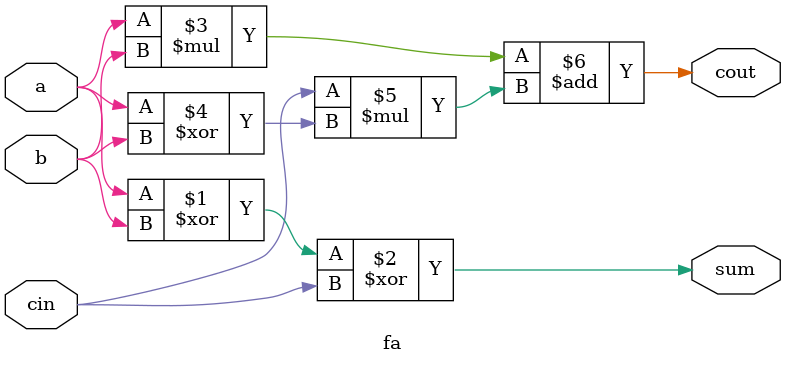
<source format=v>

module top_module( 
    input [2:0] a, b,
    input cin,
    output [2:0] cout,
    output [2:0] sum );
    
    fa inst1 (.a(a[0]),.b(b[0]),.cin(cin),.cout(cout[0]),.sum(sum[0]));
       fa inst2 (.a(a[1]),.b(b[1]),.cin(cout[0]),.cout(cout[1]),.sum(sum[1]));
       fa inst3 (.a(a[2]),.b(b[2]),.cin(cout[1]),.cout(cout[2]),.sum(sum[2]));

endmodule  
    

module fa( 
    input a, b, cin,
    output cout, sum );
    assign sum = a^b^cin;
    assign cout = a*b + cin*(a^b);

endmodule


</source>
